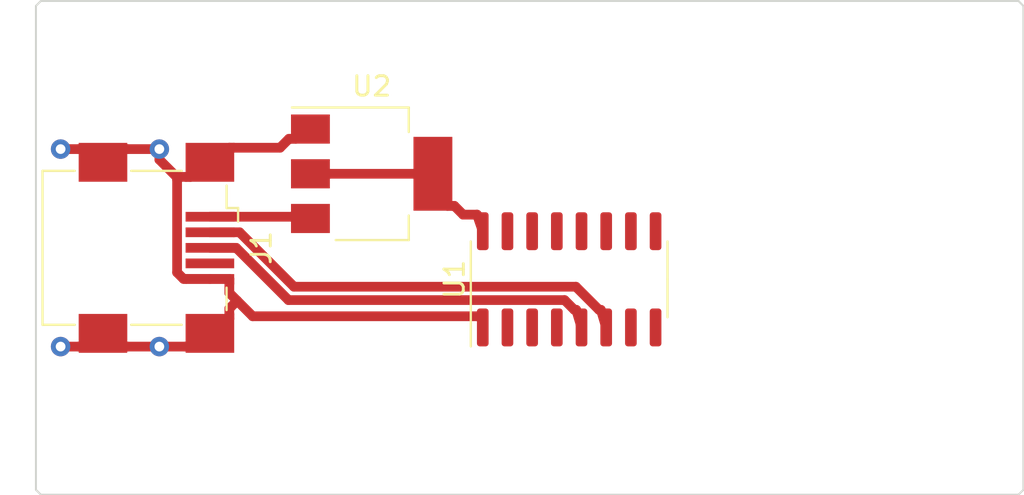
<source format=kicad_pcb>
(kicad_pcb (version 20211014) (generator pcbnew)
  (layers (0 "F.Cu" signal) (31 "B.Cu" mixed) (34 "B.Paste" user) (35 "F.Paste" user) (36 "B.SilkS" user "B.Silkscreen") (37 "F.SilkS" user "F.Silkscreen") (38 "B.Mask" user) (39 "F.Mask" user) (44 "Edge.Cuts" user))
  (net 0 "")
  (net 1 "VCC5")
  (net 2 "/D-")
  (net 3 "/D+")
  (net 5 "/TxD")
  (net 6 "/RxD")
  (net 10 "/CTS")
  (net 11 "/DSR")
  (net 12 "/RI")
  (net 13 "/DCD")
  (net 14 "/DTR")
  (net 15 "/RTS")
  (net 17 "Net-(U1-Pad16)")
  (net 18 "GND")
  (footprint "Package_SO:SOIC-16_3.9x9.9mm_P1.27mm" (layer "F.Cu") (at 154.4326 90.5203 90)
    (fp_text reference "U1" (at 0 -5.9 90) (layer "F.SilkS"))
    (fp_text value "CH340C")
    (fp_line (start 0 5.06) (end -1.95 5.06) (layer "F.SilkS") (width 0.12))
    (fp_line (start 0 -5.06) (end -3.45 -5.06) (layer "F.SilkS") (width 0.12))
    (fp_line (start 0 -5.06) (end 1.95 -5.06) (layer "F.SilkS") (width 0.12))
    (fp_line (start 0 5.06) (end 1.95 5.06) (layer "F.SilkS") (width 0.12))
    (pad "1" smd roundrect (at -2.475 -4.445 90) (size 1.95 0.6) (layers "F.Cu" "F.Paste" "F.Mask") (net 18 "GND"))
    (pad "2" smd roundrect (at -2.475 -3.175 90) (size 1.95 0.6) (layers "F.Cu" "F.Paste" "F.Mask") (net 5 "/TxD"))
    (pad "3" smd roundrect (at -2.475 -1.905 90) (size 1.95 0.6) (layers "F.Cu" "F.Paste" "F.Mask") (net 6 "/RxD"))
    (pad "4" smd roundrect (at -2.475 -0.635 90) (size 1.95 0.6) (layers "F.Cu" "F.Paste" "F.Mask"))
    (pad "5" smd roundrect (at -2.475 0.635 90) (size 1.95 0.6) (layers "F.Cu" "F.Paste" "F.Mask") (net 3 "/D+"))
    (pad "6" smd roundrect (at -2.475 1.905 90) (size 1.95 0.6) (layers "F.Cu" "F.Paste" "F.Mask") (net 2 "/D-"))
    (pad "7" smd roundrect (at -2.475 3.175 90) (size 1.95 0.6) (layers "F.Cu" "F.Paste" "F.Mask"))
    (pad "8" smd roundrect (at -2.475 4.445 90) (size 1.95 0.6) (layers "F.Cu" "F.Paste" "F.Mask"))
    (pad "9" smd roundrect (at 2.475 4.445 90) (size 1.95 0.6) (layers "F.Cu" "F.Paste" "F.Mask") (net 10 "/CTS"))
    (pad "10" smd roundrect (at 2.475 3.175 90) (size 1.95 0.6) (layers "F.Cu" "F.Paste" "F.Mask") (net 11 "/DSR"))
    (pad "11" smd roundrect (at 2.475 1.905 90) (size 1.95 0.6) (layers "F.Cu" "F.Paste" "F.Mask") (net 12 "/RI"))
    (pad "12" smd roundrect (at 2.475 0.635 90) (size 1.95 0.6) (layers "F.Cu" "F.Paste" "F.Mask") (net 13 "/DCD"))
    (pad "13" smd roundrect (at 2.475 -0.635 90) (size 1.95 0.6) (layers "F.Cu" "F.Paste" "F.Mask") (net 14 "/DTR"))
    (pad "14" smd roundrect (at 2.475 -1.905 90) (size 1.95 0.6) (layers "F.Cu" "F.Paste" "F.Mask") (net 15 "/RTS"))
    (pad "15" smd roundrect (at 2.475 -3.175 90) (size 1.95 0.6) (layers "F.Cu" "F.Paste" "F.Mask"))
    (pad "16" smd roundrect (at 2.475 -4.445 90) (size 1.95 0.6) (layers "F.Cu" "F.Paste" "F.Mask") (net 17 "Net-(U1-Pad16)"))
  )
  (footprint "Package_TO_SOT_SMD:SOT-223-3_TabPin2" (layer "F.Cu") (at 144.272 85.09)
    (fp_text reference "U2" (at 0 -4.5) (layer "F.SilkS"))
    (fp_text value "AMS1117-3.3")
    (fp_line (start 1.91 -3.41) (end 1.91 -2.15) (layer "F.SilkS") (width 0.12))
    (fp_line (start -4.1 -3.41) (end 1.91 -3.41) (layer "F.SilkS") (width 0.12))
    (fp_line (start -1.85 3.41) (end 1.91 3.41) (layer "F.SilkS") (width 0.12))
    (fp_line (start 1.91 3.41) (end 1.91 2.15) (layer "F.SilkS") (width 0.12))
    (pad "1" smd rect (at -3.15 -2.3) (size 2 1.5) (layers "F.Cu" "F.Paste" "F.Mask") (net 18 "GND"))
    (pad "2" smd rect (at 3.15 0) (size 2 3.8) (layers "F.Cu" "F.Paste" "F.Mask") (net 17 "Net-(U1-Pad16)"))
    (pad "2" smd rect (at -3.15 0) (size 2 1.5) (layers "F.Cu" "F.Paste" "F.Mask") (net 17 "Net-(U1-Pad16)"))
    (pad "3" smd rect (at -3.15 2.3) (size 2 1.5) (layers "F.Cu" "F.Paste" "F.Mask") (net 1 "VCC5"))
  )
  (footprint "connector:USB_Mini-B_DS1104" (layer "F.Cu") (at 133.35 88.9 -90)
    (fp_text reference "J1" (at 0 -5.25 90) (layer "F.SilkS"))
    (fp_text value "USB_B_Mini")
    (fp_line (start -3.96 4.35) (end -3.96 6.01) (layer "F.SilkS") (width 0.12))
    (fp_line (start 2.05 -3.46) (end 3.2 -3.46) (layer "F.SilkS") (width 0.12))
    (fp_line (start -2.05 -3.46) (end -2.05 -4.05) (layer "F.SilkS") (width 0.12))
    (fp_line (start 3.96 -1.15) (end 3.96 1.45) (layer "F.SilkS") (width 0.12))
    (fp_line (start -2.05 -4.05) (end -1.35 -4.05) (layer "F.SilkS") (width 0.12))
    (fp_line (start -3.96 6.01) (end 3.96 6.01) (layer "F.SilkS") (width 0.12))
    (fp_line (start 3.96 6.01) (end 3.96 4.35) (layer "F.SilkS") (width 0.12))
    (fp_line (start -3.2 -3.46) (end -2.05 -3.46) (layer "F.SilkS") (width 0.12))
    (fp_line (start -3.96 1.45) (end -3.96 -1.15) (layer "F.SilkS") (width 0.12))
    (pad "" np_thru_hole circle locked (at 2.2 0 270) (size 0.9 0.9) (drill 0.9) (layers *.Cu *.Mask))
    (pad "" np_thru_hole circle locked (at -2.2 0 270) (size 0.9 0.9) (drill 0.9) (layers *.Cu *.Mask))
    (pad "1" smd rect locked (at -1.6 -2.6 270) (size 0.5 2.5) (layers "F.Cu" "F.Paste" "F.Mask") (net 1 "VCC5"))
    (pad "2" smd rect locked (at -0.8 -2.6 270) (size 0.5 2.5) (layers "F.Cu" "F.Paste" "F.Mask") (net 2 "/D-"))
    (pad "3" smd rect locked (at 0 -2.6 270) (size 0.5 2.5) (layers "F.Cu" "F.Paste" "F.Mask") (net 3 "/D+"))
    (pad "4" smd rect locked (at 0.8 -2.6 270) (size 0.5 2.5) (layers "F.Cu" "F.Paste" "F.Mask"))
    (pad "5" smd rect locked (at 1.6 -2.6 270) (size 0.5 2.5) (layers "F.Cu" "F.Paste" "F.Mask") (net 18 "GND"))
    (pad "6" smd rect locked (at 4.4 -2.6 270) (size 2 2.5) (layers "F.Cu" "F.Paste" "F.Mask") (net 18 "GND"))
    (pad "6" smd rect locked (at -4.4 -2.6 270) (size 2 2.5) (layers "F.Cu" "F.Paste" "F.Mask") (net 18 "GND"))
    (pad "6" smd rect locked (at 4.4 2.9 270) (size 2 2.5) (layers "F.Cu" "F.Paste" "F.Mask") (net 18 "GND"))
    (pad "6" thru_hole circle locked (at 5.08 0 270) (size 1 1) (drill 0.5) (layers *.Cu *.Mask) (net 18 "GND"))
    (pad "6" thru_hole circle locked (at -5.08 0 270) (size 1 1) (drill 0.5) (layers *.Cu *.Mask) (net 18 "GND"))
    (pad "6" smd rect locked (at -4.4 2.9 270) (size 2 2.5) (layers "F.Cu" "F.Paste" "F.Mask") (net 18 "GND"))
    (pad "6" thru_hole circle locked (at 5.08 5.08 270) (size 1 1) (drill 0.5) (layers *.Cu *.Mask) (net 18 "GND"))
    (pad "6" thru_hole circle locked (at -5.08 5.08 270) (size 1 1) (drill 0.5) (layers *.Cu *.Mask) (net 18 "GND"))
  )
  (gr_line (start 127 101.346) (end 127 76.454) (layer "Edge.Cuts") (width 0.1))
  (gr_line (start 177.546 101.6) (end 127.254 101.6) (layer "Edge.Cuts") (width 0.1))
  (gr_line (start 127 76.454) (end 127.254 76.2) (layer "Edge.Cuts") (width 0.1))
  (gr_line (start 127.254 76.2) (end 177.546 76.2) (layer "Edge.Cuts") (width 0.1))
  (gr_line (start 177.8 76.454) (end 177.8 101.346) (layer "Edge.Cuts") (width 0.1))
  (gr_line (start 177.546 101.6) (end 177.8 101.346) (layer "Edge.Cuts") (width 0.1))
  (gr_line (start 127 101.346) (end 127.254 101.6) (layer "Edge.Cuts") (width 0.1))
  (gr_line (start 177.546 76.2) (end 177.8 76.454) (layer "Edge.Cuts") (width 0.1))
  (segment (start 140.122 87.3) (end 140.372 87.3) (width 0.5) (layer "F.Cu") (net 1))
  (segment (start 137.2 87.3) (end 140.122 87.3) (width 0.5) (layer "F.Cu") (net 1))
  (segment (start 140.372 87.3) (end 141.122 87.39) (width 0.5) (layer "F.Cu") (net 1))
  (segment (start 135.95 87.3) (end 137.2 87.3) (width 0.5) (layer "F.Cu") (net 1))
  (segment (start 155.9672 92.0882) (end 156.0648 92.0882) (width 0.5) (layer "F.Cu") (net 2))
  (segment (start 156.0648 92.0882) (end 156.3376 92.9953) (width 0.5) (layer "F.Cu") (net 2))
  (segment (start 154.7794 90.9004) (end 155.9672 92.0882) (width 0.5) (layer "F.Cu") (net 2))
  (segment (start 137.2 88.1) (end 137.4765 88.1) (width 0.5) (layer "F.Cu") (net 2))
  (segment (start 135.95 88.1) (end 137.2 88.1) (width 0.5) (layer "F.Cu") (net 2))
  (segment (start 140.2769 90.9004) (end 154.7794 90.9004) (width 0.5) (layer "F.Cu") (net 2))
  (segment (start 137.4765 88.1) (end 140.2769 90.9004) (width 0.5) (layer "F.Cu") (net 2))
  (segment (start 137.3036 88.9) (end 139.9915 91.5879) (width 0.5) (layer "F.Cu") (net 3))
  (segment (start 139.9915 91.5879) (end 154.1969 91.5879) (width 0.5) (layer "F.Cu") (net 3))
  (segment (start 137.2 88.9) (end 137.3036 88.9) (width 0.5) (layer "F.Cu") (net 3))
  (segment (start 154.1969 91.5879) (end 154.6972 92.0882) (width 0.5) (layer "F.Cu") (net 3))
  (segment (start 154.7948 92.0882) (end 155.0676 92.9953) (width 0.5) (layer "F.Cu") (net 3))
  (segment (start 135.95 88.9) (end 137.2 88.9) (width 0.5) (layer "F.Cu") (net 3))
  (segment (start 154.6972 92.0882) (end 154.7948 92.0882) (width 0.5) (layer "F.Cu") (net 3))
  (segment (start 148.172 86.74) (end 147.422 85.09) (width 0.5) (layer "F.Cu") (net 17))
  (segment (start 141.122 85.09) (end 141.872 85.09) (width 0.5) (layer "F.Cu") (net 17))
  (segment (start 149.9876 88.0453) (end 149.6927 87.1915) (width 0.5) (layer "F.Cu") (net 17))
  (segment (start 148.9771 87.1915) (end 148.5256 86.74) (width 0.5) (layer "F.Cu") (net 17))
  (segment (start 149.6927 87.1915) (end 148.9771 87.1915) (width 0.5) (layer "F.Cu") (net 17))
  (segment (start 148.422 86.74) (end 148.172 86.74) (width 0.5) (layer "F.Cu") (net 17))
  (segment (start 141.872 85.09) (end 142.122 85.09) (width 0.5) (layer "F.Cu") (net 17))
  (segment (start 148.5256 86.74) (end 148.422 86.74) (width 0.5) (layer "F.Cu") (net 17))
  (segment (start 146.422 85.09) (end 146.672 85.09) (width 0.5) (layer "F.Cu") (net 17))
  (segment (start 142.122 85.09) (end 146.422 85.09) (width 0.5) (layer "F.Cu") (net 17))
  (segment (start 146.672 85.09) (end 147.422 85.09) (width 0.5) (layer "F.Cu") (net 17))
  (segment (start 137.3519 91.6216) (end 136.95 91.2197) (width 0.5) (layer "F.Cu") (net 18))
  (segment (start 138.1506 92.4203) (end 137.3519 91.6216) (width 0.5) (layer "F.Cu") (net 18))
  (segment (start 133.35 93.98) (end 134.7 93.98) (width 0.5) (layer "F.Cu") (net 18))
  (segment (start 134.2625 85.4016) (end 134.3254 85.3387) (width 0.5) (layer "F.Cu") (net 18))
  (segment (start 136.95 90.75) (end 136.95 90.5) (width 0.5) (layer "F.Cu") (net 18))
  (segment (start 133.35 83.82) (end 133.35 84.3633) (width 0.5) (layer "F.Cu") (net 18))
  (segment (start 129.45 93.98) (end 130.45 93.3) (width 0.5) (layer "F.Cu") (net 18))
  (segment (start 128.27 93.98) (end 129.2 93.98) (width 0.5) (layer "F.Cu") (net 18))
  (segment (start 131.45 93.98) (end 131.7 93.98) (width 0.5) (layer "F.Cu") (net 18))
  (segment (start 140.122 83.29) (end 140.372 83.29) (width 0.5) (layer "F.Cu") (net 18))
  (segment (start 149.9876 92.9953) (end 149.937 92.4203) (width 0.5) (layer "F.Cu") (net 18))
  (segment (start 134.7 93.98) (end 134.95 93.98) (width 0.5) (layer "F.Cu") (net 18))
  (segment (start 136.95 92.3) (end 136.95 92.0235) (width 0.5) (layer "F.Cu") (net 18))
  (segment (start 131.7 93.98) (end 133.35 93.98) (width 0.5) (layer "F.Cu") (net 18))
  (segment (start 128.27 83.82) (end 129.2 83.82) (width 0.5) (layer "F.Cu") (net 18))
  (segment (start 129.2 83.82) (end 129.45 83.82) (width 0.5) (layer "F.Cu") (net 18))
  (segment (start 134.4141 85.25) (end 134.3254 85.3387) (width 0.5) (layer "F.Cu") (net 18))
  (segment (start 134.7 85.25) (end 134.4141 85.25) (width 0.5) (layer "F.Cu") (net 18))
  (segment (start 134.2625 90.1661) (end 134.2625 85.4016) (width 0.5) (layer "F.Cu") (net 18))
  (segment (start 136.95 83.75) (end 137.2 83.75) (width 0.5) (layer "F.Cu") (net 18))
  (segment (start 130.45 93.3) (end 131.45 93.98) (width 0.5) (layer "F.Cu") (net 18))
  (segment (start 135.95 84.5) (end 134.95 85.25) (width 0.5) (layer "F.Cu") (net 18))
  (segment (start 129.2 93.98) (end 129.45 93.98) (width 0.5) (layer "F.Cu") (net 18))
  (segment (start 137.2 83.75) (end 139.5584 83.75) (width 0.5) (layer "F.Cu") (net 18))
  (segment (start 136.95 90.5) (end 135.95 90.5) (width 0.5) (layer "F.Cu") (net 18))
  (segment (start 135.95 93.3) (end 136.95 92.55) (width 0.5) (layer "F.Cu") (net 18))
  (segment (start 139.5584 83.75) (end 140.0184 83.29) (width 0.5) (layer "F.Cu") (net 18))
  (segment (start 129.45 83.82) (end 130.45 84.5) (width 0.5) (layer "F.Cu") (net 18))
  (segment (start 133.35 84.3633) (end 134.3254 85.3387) (width 0.5) (layer "F.Cu") (net 18))
  (segment (start 134.7 90.5) (end 134.5964 90.5) (width 0.5) (layer "F.Cu") (net 18))
  (segment (start 135.95 90.5) (end 134.7 90.5) (width 0.5) (layer "F.Cu") (net 18))
  (segment (start 149.687 92.4203) (end 138.1506 92.4203) (width 0.5) (layer "F.Cu") (net 18))
  (segment (start 136.95 91.2197) (end 136.95 90.75) (width 0.5) (layer "F.Cu") (net 18))
  (segment (start 134.95 85.25) (end 134.7 85.25) (width 0.5) (layer "F.Cu") (net 18))
  (segment (start 149.937 92.4203) (end 149.687 92.4203) (width 0.5) (layer "F.Cu") (net 18))
  (segment (start 134.95 93.98) (end 135.95 93.3) (width 0.5) (layer "F.Cu") (net 18))
  (segment (start 131.45 83.82) (end 131.7 83.82) (width 0.5) (layer "F.Cu") (net 18))
  (segment (start 140.372 83.29) (end 141.122 82.79) (width 0.5) (layer "F.Cu") (net 18))
  (segment (start 135.95 84.5) (end 136.95 83.75) (width 0.5) (layer "F.Cu") (net 18))
  (segment (start 140.0184 83.29) (end 140.122 83.29) (width 0.5) (layer "F.Cu") (net 18))
  (segment (start 130.45 84.5) (end 131.45 83.82) (width 0.5) (layer "F.Cu") (net 18))
  (segment (start 136.95 92.0235) (end 137.3519 91.6216) (width 0.5) (layer "F.Cu") (net 18))
  (segment (start 136.95 92.55) (end 136.95 92.3) (width 0.5) (layer "F.Cu") (net 18))
  (segment (start 134.5964 90.5) (end 134.2625 90.1661) (width 0.5) (layer "F.Cu") (net 18))
  (segment (start 131.7 83.82) (end 133.35 83.82) (width 0.5) (layer "F.Cu") (net 18))
)
</source>
